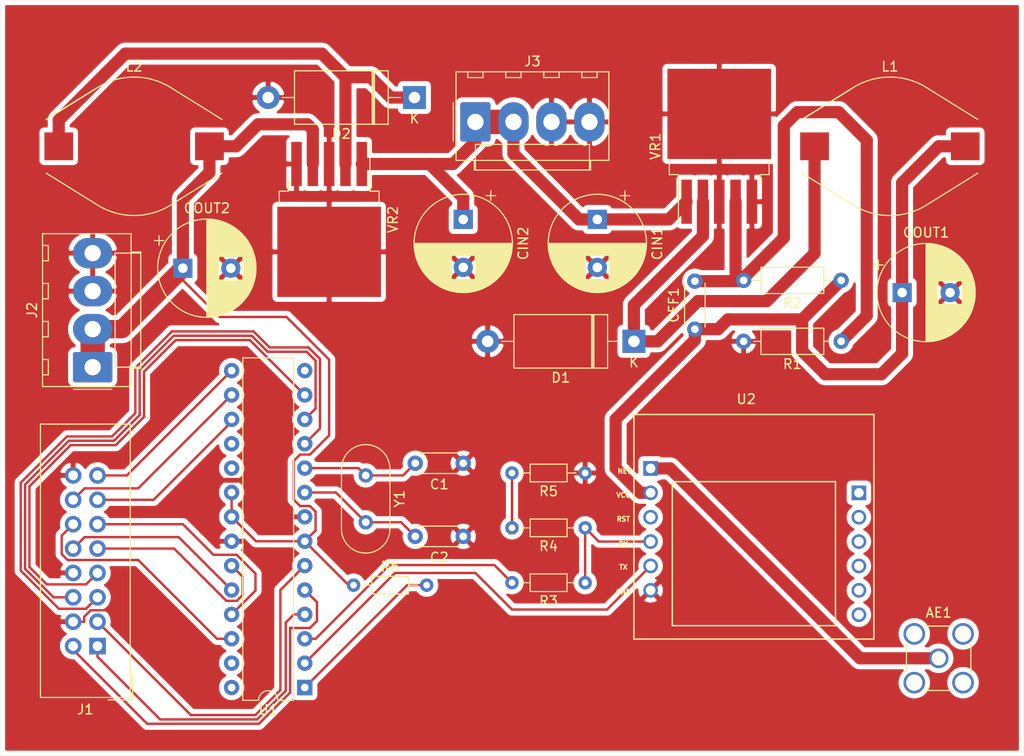
<source format=kicad_pcb>
(kicad_pcb (version 20171130) (host pcbnew "(5.1.5)-3")
  (layers (0 F.Cu signal) (31 B.Cu signal) (34 B.Paste user hide) (35 F.Paste user hide) (36 B.SilkS user hide) (37 F.SilkS user hide) (38 B.Mask user hide) (39 F.Mask user hide) (44 Edge.Cuts user hide))
  (net 0 "")
  (net 1 "Net-(AE1-Pad1)")
  (net 2 GND)
  (net 3 "Net-(C1-Pad2)")
  (net 4 "Net-(C2-Pad2)")
  (net 5 +4V)
  (net 6 "Net-(CFF1-Pad2)")
  (net 7 +12V)
  (net 8 +5V)
  (net 9 "Net-(D1-Pad1)")
  (net 10 "Net-(D2-Pad1)")
  (net 11 R0)
  (net 12 G0)
  (net 13 B0)
  (net 14 R1)
  (net 15 G1)
  (net 16 B1)
  (net 17 A)
  (net 18 B)
  (net 19 C)
  (net 20 D)
  (net 21 CLK)
  (net 22 STB)
  (net 23 OE)
  (net 24 /TXD)
  (net 25 "Net-(R3-Pad2)")
  (net 26 "Net-(R4-Pad2)")
  (net 27 "Net-(R6-Pad2)")
  (net 28 /RXD)
  (net 29 /12)
  (net 30 /13)
  (net 31 /A4)
  (net 32 /8)
  (net 33 /A5)
  (net 34 "Net-(U2-Pad3)")
  (net 35 "Net-(U2-Pad7)")
  (net 36 "Net-(U2-Pad8)")
  (net 37 "Net-(U2-Pad9)")
  (net 38 "Net-(U2-Pad10)")
  (net 39 "Net-(U2-Pad11)")
  (net 40 "Net-(U2-Pad12)")
  (module Connector_IDC:IDC-Header_2x08_P2.54mm_Vertical (layer F.Cu) (at 57.15 133.35 180)
    (fp_text reference J1 (at 1.27 -6.604) (layer F.SilkS))
    (fp_text value "IDC connector")
    (pad 1 thru_hole rect (at 0 0 180) (size 1.7272 1.7272) (drill 1.016) (layers *.Cu *.Mask) (net 11 R0))
    (pad 2 thru_hole oval (at 2.54 0 180) (size 1.7272 1.7272) (drill 1.016) (layers *.Cu *.Mask) (net 12 G0))
    (pad 3 thru_hole oval (at 0 2.54 180) (size 1.7272 1.7272) (drill 1.016) (layers *.Cu *.Mask) (net 13 B0))
    (pad 4 thru_hole oval (at 2.54 2.54 180) (size 1.7272 1.7272) (drill 1.016) (layers *.Cu *.Mask) (net 2 GND))
    (pad 5 thru_hole oval (at 0 5.08 180) (size 1.7272 1.7272) (drill 1.016) (layers *.Cu *.Mask) (net 14 R1))
    (pad 6 thru_hole oval (at 2.54 5.08 180) (size 1.7272 1.7272) (drill 1.016) (layers *.Cu *.Mask) (net 15 G1))
    (pad 7 thru_hole oval (at 0 7.62 180) (size 1.7272 1.7272) (drill 1.016) (layers *.Cu *.Mask) (net 16 B1))
    (pad 8 thru_hole oval (at 2.54 7.62 180) (size 1.7272 1.7272) (drill 1.016) (layers *.Cu *.Mask) (net 2 GND))
    (pad 9 thru_hole oval (at 0 10.16 180) (size 1.7272 1.7272) (drill 1.016) (layers *.Cu *.Mask) (net 17 A))
    (pad 10 thru_hole oval (at 2.54 10.16 180) (size 1.7272 1.7272) (drill 1.016) (layers *.Cu *.Mask) (net 18 B))
    (pad 11 thru_hole oval (at 0 12.7 180) (size 1.7272 1.7272) (drill 1.016) (layers *.Cu *.Mask) (net 19 C))
    (pad 12 thru_hole oval (at 2.54 12.7 180) (size 1.7272 1.7272) (drill 1.016) (layers *.Cu *.Mask) (net 20 D))
    (pad 13 thru_hole oval (at 0 15.24 180) (size 1.7272 1.7272) (drill 1.016) (layers *.Cu *.Mask) (net 21 CLK))
    (pad 14 thru_hole oval (at 2.54 15.24 180) (size 1.7272 1.7272) (drill 1.016) (layers *.Cu *.Mask) (net 22 STB))
    (pad 15 thru_hole oval (at 0 17.78 180) (size 1.7272 1.7272) (drill 1.016) (layers *.Cu *.Mask) (net 23 OE))
    (pad 16 thru_hole oval (at 2.54 17.78 180) (size 1.7272 1.7272) (drill 1.016) (layers *.Cu *.Mask) (net 2 GND))
  )
  (module Package_DIP:DIP-28_W7.62mm (layer F.Cu) (at 78.74 137.668 180)
    (fp_text reference U1 (at 3.81 -2.33) (layer F.SilkS))
    (fp_text value ATmega328P-PU)
    (pad 1 thru_hole rect (at 0 0 180) (size 1.6 1.6) (drill 0.8) (layers *.Cu *.Mask) (net 27 "Net-(R6-Pad2)"))
    (pad 15 thru_hole oval (at 7.62 33.02 180) (size 1.6 1.6) (drill 0.8) (layers *.Cu *.Mask) (net 23 OE))
    (pad 2 thru_hole oval (at 0 2.54 180) (size 1.6 1.6) (drill 0.8) (layers *.Cu *.Mask) (net 28 /RXD))
    (pad 16 thru_hole oval (at 7.62 30.48 180) (size 1.6 1.6) (drill 0.8) (layers *.Cu *.Mask) (net 22 STB))
    (pad 3 thru_hole oval (at 0 5.08 180) (size 1.6 1.6) (drill 0.8) (layers *.Cu *.Mask) (net 24 /TXD))
    (pad 17 thru_hole oval (at 7.62 27.94 180) (size 1.6 1.6) (drill 0.8) (layers *.Cu *.Mask) (net 21 CLK))
    (pad 4 thru_hole oval (at 0 7.62 180) (size 1.6 1.6) (drill 0.8) (layers *.Cu *.Mask) (net 11 R0))
    (pad 18 thru_hole oval (at 7.62 25.4 180) (size 1.6 1.6) (drill 0.8) (layers *.Cu *.Mask) (net 29 /12))
    (pad 5 thru_hole oval (at 0 10.16 180) (size 1.6 1.6) (drill 0.8) (layers *.Cu *.Mask) (net 12 G0))
    (pad 19 thru_hole oval (at 7.62 22.86 180) (size 1.6 1.6) (drill 0.8) (layers *.Cu *.Mask) (net 30 /13))
    (pad 6 thru_hole oval (at 0 12.7 180) (size 1.6 1.6) (drill 0.8) (layers *.Cu *.Mask) (net 13 B0))
    (pad 20 thru_hole oval (at 7.62 20.32 180) (size 1.6 1.6) (drill 0.8) (layers *.Cu *.Mask) (net 8 +5V))
    (pad 7 thru_hole oval (at 0 15.24 180) (size 1.6 1.6) (drill 0.8) (layers *.Cu *.Mask) (net 8 +5V))
    (pad 21 thru_hole oval (at 7.62 17.78 180) (size 1.6 1.6) (drill 0.8) (layers *.Cu *.Mask) (net 8 +5V))
    (pad 8 thru_hole oval (at 0 17.78 180) (size 1.6 1.6) (drill 0.8) (layers *.Cu *.Mask) (net 2 GND))
    (pad 22 thru_hole oval (at 7.62 15.24 180) (size 1.6 1.6) (drill 0.8) (layers *.Cu *.Mask) (net 2 GND))
    (pad 9 thru_hole oval (at 0 20.32 180) (size 1.6 1.6) (drill 0.8) (layers *.Cu *.Mask) (net 4 "Net-(C2-Pad2)"))
    (pad 23 thru_hole oval (at 7.62 12.7 180) (size 1.6 1.6) (drill 0.8) (layers *.Cu *.Mask) (net 17 A))
    (pad 10 thru_hole oval (at 0 22.86 180) (size 1.6 1.6) (drill 0.8) (layers *.Cu *.Mask) (net 3 "Net-(C1-Pad2)"))
    (pad 24 thru_hole oval (at 7.62 10.16 180) (size 1.6 1.6) (drill 0.8) (layers *.Cu *.Mask) (net 18 B))
    (pad 11 thru_hole oval (at 0 25.4 180) (size 1.6 1.6) (drill 0.8) (layers *.Cu *.Mask) (net 14 R1))
    (pad 25 thru_hole oval (at 7.62 7.62 180) (size 1.6 1.6) (drill 0.8) (layers *.Cu *.Mask) (net 19 C))
    (pad 12 thru_hole oval (at 0 27.94 180) (size 1.6 1.6) (drill 0.8) (layers *.Cu *.Mask) (net 15 G1))
    (pad 26 thru_hole oval (at 7.62 5.08 180) (size 1.6 1.6) (drill 0.8) (layers *.Cu *.Mask) (net 20 D))
    (pad 13 thru_hole oval (at 0 30.48 180) (size 1.6 1.6) (drill 0.8) (layers *.Cu *.Mask) (net 16 B1))
    (pad 27 thru_hole oval (at 7.62 2.54 180) (size 1.6 1.6) (drill 0.8) (layers *.Cu *.Mask) (net 31 /A4))
    (pad 14 thru_hole oval (at 0 33.02 180) (size 1.6 1.6) (drill 0.8) (layers *.Cu *.Mask) (net 32 /8))
    (pad 28 thru_hole oval (at 7.62 0 180) (size 1.6 1.6) (drill 0.8) (layers *.Cu *.Mask) (net 33 /A5))
  )
  (module Resistor_THT:R_Axial_DIN0204_L3.6mm_D1.6mm_P7.62mm_Horizontal (layer F.Cu) (at 107.95 121.031 180)
    (fp_text reference R4 (at 3.81 -1.92 180) (layer F.SilkS))
    (fp_text value 10k)
    (pad 2 thru_hole oval (at 7.62 0 180) (size 1.4 1.4) (drill 0.7) (layers *.Cu *.Mask) (net 26 "Net-(R4-Pad2)"))
    (pad 1 thru_hole circle (at 0 0 180) (size 1.4 1.4) (drill 0.7) (layers *.Cu *.Mask) (net 25 "Net-(R3-Pad2)"))
  )
  (module Connector_Coaxial:SMA_Amphenol_901-144_Vertical (layer F.Cu) (at 144.78 134.62)
    (fp_text reference AE1 (at 0 -4.75) (layer F.SilkS))
    (fp_text value Antenna)
    (pad 1 thru_hole circle (at 0 0) (size 2.05 2.05) (drill 1.5) (layers *.Cu *.Mask) (net 1 "Net-(AE1-Pad1)"))
    (pad 2 thru_hole circle (at 2.54 2.54) (size 2.25 2.25) (drill 1.7) (layers *.Cu *.Mask))
    (pad 2 thru_hole circle (at 2.54 -2.54) (size 2.25 2.25) (drill 1.7) (layers *.Cu *.Mask))
    (pad 2 thru_hole circle (at -2.54 -2.54) (size 2.25 2.25) (drill 1.7) (layers *.Cu *.Mask))
    (pad 2 thru_hole circle (at -2.54 2.54) (size 2.25 2.25) (drill 1.7) (layers *.Cu *.Mask))
  )
  (module Capacitor_THT:C_Disc_D4.3mm_W1.9mm_P5.00mm (layer F.Cu) (at 95.25 114.3 180)
    (fp_text reference C1 (at 2.5 -2.2) (layer F.SilkS))
    (fp_text value 22pF)
    (pad 1 thru_hole circle (at 0 0 180) (size 1.6 1.6) (drill 0.8) (layers *.Cu *.Mask) (net 2 GND))
    (pad 2 thru_hole circle (at 5 0 180) (size 1.6 1.6) (drill 0.8) (layers *.Cu *.Mask) (net 3 "Net-(C1-Pad2)"))
  )
  (module Capacitor_THT:C_Disc_D4.3mm_W1.9mm_P5.00mm (layer F.Cu) (at 95.25 121.92 180)
    (fp_text reference C2 (at 2.5 -2.2) (layer F.SilkS))
    (fp_text value 22pF)
    (pad 2 thru_hole circle (at 5 0 180) (size 1.6 1.6) (drill 0.8) (layers *.Cu *.Mask) (net 4 "Net-(C2-Pad2)"))
    (pad 1 thru_hole circle (at 0 0 180) (size 1.6 1.6) (drill 0.8) (layers *.Cu *.Mask) (net 2 GND))
  )
  (module Capacitor_THT:C_Disc_D4.3mm_W1.9mm_P5.00mm (layer F.Cu) (at 119.38 100.33 90)
    (fp_text reference CFF1 (at 2.5 -2.2 90) (layer F.SilkS))
    (fp_text value 10nF)
    (pad 1 thru_hole circle (at 0 0 90) (size 1.6 1.6) (drill 0.8) (layers *.Cu *.Mask) (net 5 +4V))
    (pad 2 thru_hole circle (at 5 0 90) (size 1.6 1.6) (drill 0.8) (layers *.Cu *.Mask) (net 6 "Net-(CFF1-Pad2)"))
  )
  (module Capacitor_THT:CP_Radial_D10.0mm_P5.00mm (layer F.Cu) (at 109.22 88.9 270)
    (fp_text reference CIN1 (at 2.5 -6.25 90) (layer F.SilkS))
    (fp_text value 680uF)
    (pad 2 thru_hole circle (at 5 0 270) (size 2 2) (drill 1) (layers *.Cu *.Mask) (net 2 GND))
    (pad 1 thru_hole rect (at 0 0 270) (size 2 2) (drill 1) (layers *.Cu *.Mask) (net 7 +12V))
  )
  (module Capacitor_THT:CP_Radial_D10.0mm_P5.00mm (layer F.Cu) (at 95.25 88.9 270)
    (fp_text reference CIN2 (at 2.5 -6.25 90) (layer F.SilkS))
    (fp_text value 680uF)
    (pad 2 thru_hole circle (at 5 0 270) (size 2 2) (drill 1) (layers *.Cu *.Mask) (net 2 GND))
    (pad 1 thru_hole rect (at 0 0 270) (size 2 2) (drill 1) (layers *.Cu *.Mask) (net 7 +12V))
  )
  (module Capacitor_THT:CP_Radial_D10.0mm_P5.00mm (layer F.Cu) (at 140.97 96.52)
    (fp_text reference COUT1 (at 2.5 -6.25) (layer F.SilkS))
    (fp_text value 470uF)
    (pad 1 thru_hole rect (at 0 0) (size 2 2) (drill 1) (layers *.Cu *.Mask) (net 5 +4V))
    (pad 2 thru_hole circle (at 5 0) (size 2 2) (drill 1) (layers *.Cu *.Mask) (net 2 GND))
  )
  (module Capacitor_THT:CP_Radial_D10.0mm_P5.00mm (layer F.Cu) (at 66.04 93.98)
    (fp_text reference COUT2 (at 2.5 -6.25) (layer F.SilkS))
    (fp_text value 330uF)
    (pad 1 thru_hole rect (at 0 0) (size 2 2) (drill 1) (layers *.Cu *.Mask) (net 8 +5V))
    (pad 2 thru_hole circle (at 5 0) (size 2 2) (drill 1) (layers *.Cu *.Mask) (net 2 GND))
  )
  (module Diode_THT:D_DO-27_P15.24mm_Horizontal (layer F.Cu) (at 113.03 101.6 180)
    (fp_text reference D1 (at 7.62 -3.785) (layer F.SilkS))
    (fp_text value 100V/5A)
    (fp_text user K (at 0 -2.2) (layer F.SilkS))
    (pad 1 thru_hole rect (at 0 0 180) (size 2.4 2.4) (drill 1.2) (layers *.Cu *.Mask) (net 9 "Net-(D1-Pad1)"))
    (pad 2 thru_hole oval (at 15.24 0 180) (size 2.4 2.4) (drill 1.2) (layers *.Cu *.Mask) (net 2 GND))
  )
  (module Diode_THT:D_DO-27_P15.24mm_Horizontal (layer F.Cu) (at 90.17 76.2 180)
    (fp_text reference D2 (at 7.62 -3.785) (layer F.SilkS))
    (fp_text value 100V/5A)
    (fp_text user K (at 0 -2.2) (layer F.SilkS))
    (pad 2 thru_hole oval (at 15.24 0 180) (size 2.4 2.4) (drill 1.2) (layers *.Cu *.Mask) (net 2 GND))
    (pad 1 thru_hole rect (at 0 0 180) (size 2.4 2.4) (drill 1.2) (layers *.Cu *.Mask) (net 10 "Net-(D2-Pad1)"))
  )
  (module Inductor_SMD:L_Bourns_SDR1806 (layer F.Cu) (at 139.7 81.28)
    (fp_text reference L1 (at 0 -8.3) (layer F.SilkS))
    (fp_text value 33uH)
    (pad 1 smd rect (at -7.85 0) (size 3 2.9) (layers F.Cu F.Paste F.Mask) (net 9 "Net-(D1-Pad1)"))
    (pad 2 smd rect (at 7.85 0 180) (size 3 2.9) (layers F.Cu F.Paste F.Mask) (net 5 +4V))
  )
  (module Inductor_SMD:L_Bourns_SDR1806 (layer F.Cu) (at 60.96 81.28)
    (fp_text reference L2 (at 0 -8.3) (layer F.SilkS))
    (fp_text value 33uH)
    (pad 2 smd rect (at 7.85 0 180) (size 3 2.9) (layers F.Cu F.Paste F.Mask) (net 8 +5V))
    (pad 1 smd rect (at -7.85 0) (size 3 2.9) (layers F.Cu F.Paste F.Mask) (net 10 "Net-(D2-Pad1)"))
  )
  (module Resistor_THT:R_Axial_DIN0207_L6.3mm_D2.5mm_P10.16mm_Horizontal (layer F.Cu) (at 134.62 101.6 180)
    (fp_text reference R1 (at 5.08 -2.37) (layer F.SilkS))
    (fp_text value 1k/1%)
    (pad 1 thru_hole circle (at 0 0 180) (size 1.6 1.6) (drill 0.8) (layers *.Cu *.Mask) (net 6 "Net-(CFF1-Pad2)"))
    (pad 2 thru_hole oval (at 10.16 0 180) (size 1.6 1.6) (drill 0.8) (layers *.Cu *.Mask) (net 2 GND))
  )
  (module Resistor_THT:R_Axial_DIN0207_L6.3mm_D2.5mm_P10.16mm_Horizontal (layer F.Cu) (at 134.62 95.25 180)
    (fp_text reference R2 (at 5.08 -2.37) (layer F.SilkS))
    (fp_text value 2.2k/1%)
    (pad 2 thru_hole oval (at 10.16 0 180) (size 1.6 1.6) (drill 0.8) (layers *.Cu *.Mask) (net 6 "Net-(CFF1-Pad2)"))
    (pad 1 thru_hole circle (at 0 0 180) (size 1.6 1.6) (drill 0.8) (layers *.Cu *.Mask) (net 5 +4V))
  )
  (module Resistor_THT:R_Axial_DIN0204_L3.6mm_D1.6mm_P7.62mm_Horizontal (layer F.Cu) (at 100.33 126.746)
    (fp_text reference R3 (at 3.81 1.905 180) (layer F.SilkS))
    (fp_text value 10k)
    (pad 1 thru_hole circle (at 0 0) (size 1.4 1.4) (drill 0.7) (layers *.Cu *.Mask) (net 24 /TXD))
    (pad 2 thru_hole oval (at 7.62 0) (size 1.4 1.4) (drill 0.7) (layers *.Cu *.Mask) (net 25 "Net-(R3-Pad2)"))
  )
  (module Resistor_THT:R_Axial_DIN0204_L3.6mm_D1.6mm_P7.62mm_Horizontal (layer F.Cu) (at 100.33 115.316)
    (fp_text reference R5 (at 3.81 1.905 180) (layer F.SilkS))
    (fp_text value 10k)
    (pad 1 thru_hole circle (at 0 0) (size 1.4 1.4) (drill 0.7) (layers *.Cu *.Mask) (net 26 "Net-(R4-Pad2)"))
    (pad 2 thru_hole oval (at 7.62 0) (size 1.4 1.4) (drill 0.7) (layers *.Cu *.Mask) (net 2 GND))
  )
  (module Resistor_THT:R_Axial_DIN0204_L3.6mm_D1.6mm_P7.62mm_Horizontal (layer F.Cu) (at 83.82 127)
    (fp_text reference R6 (at 3.81 -1.92) (layer F.SilkS))
    (fp_text value 10k)
    (pad 2 thru_hole oval (at 7.62 0) (size 1.4 1.4) (drill 0.7) (layers *.Cu *.Mask) (net 27 "Net-(R6-Pad2)"))
    (pad 1 thru_hole circle (at 0 0) (size 1.4 1.4) (drill 0.7) (layers *.Cu *.Mask) (net 8 +5V))
  )
  (module SIM800:Sim800L (layer F.Cu) (at 113.03 109.22)
    (fp_text reference U2 (at 11.7 -1.6) (layer F.SilkS))
    (fp_text value SIM800L)
    (fp_text user GND (at -1.1 18.5) (layer F.SilkS) (effects (font (size 0.5 0.5) (thickness 0.125))))
    (fp_text user TX (at -1.1 15.9) (layer F.SilkS) (effects (font (size 0.5 0.5) (thickness 0.125))))
    (fp_text user RX (at -1.1 13.5) (layer F.SilkS) (effects (font (size 0.5 0.5) (thickness 0.125))))
    (fp_text user RST (at -1.1 10.9) (layer F.SilkS) (effects (font (size 0.5 0.5) (thickness 0.125))))
    (fp_text user VCC (at -1.1 8.4) (layer F.SilkS) (effects (font (size 0.5 0.5) (thickness 0.125))))
    (fp_text user NET (at -1 5.9) (layer F.SilkS) (effects (font (size 0.5 0.5) (thickness 0.125))))
    (pad 1 thru_hole rect (at 1.74 5.62) (size 1.524 1.524) (drill 1) (layers *.Cu *.Mask) (net 1 "Net-(AE1-Pad1)"))
    (pad 2 thru_hole circle (at 1.74 8.16) (size 1.524 1.524) (drill 1) (layers *.Cu *.Mask) (net 5 +4V))
    (pad 3 thru_hole circle (at 1.74 10.7) (size 1.524 1.524) (drill 1) (layers *.Cu *.Mask) (net 34 "Net-(U2-Pad3)"))
    (pad 4 thru_hole circle (at 1.74 13.24) (size 1.524 1.524) (drill 1) (layers *.Cu *.Mask) (net 25 "Net-(R3-Pad2)"))
    (pad 5 thru_hole circle (at 1.74 15.78) (size 1.524 1.524) (drill 1) (layers *.Cu *.Mask) (net 28 /RXD))
    (pad 6 thru_hole circle (at 1.74 18.32) (size 1.524 1.524) (drill 1) (layers *.Cu *.Mask) (net 2 GND))
    (pad 7 thru_hole rect (at 23.44 8.16) (size 1.524 1.524) (drill 1) (layers *.Cu *.Mask) (net 35 "Net-(U2-Pad7)"))
    (pad 8 thru_hole circle (at 23.44 10.7) (size 1.524 1.524) (drill 1) (layers *.Cu *.Mask) (net 36 "Net-(U2-Pad8)"))
    (pad 9 thru_hole circle (at 23.44 13.24) (size 1.524 1.524) (drill 1) (layers *.Cu *.Mask) (net 37 "Net-(U2-Pad9)"))
    (pad 10 thru_hole circle (at 23.44 15.78) (size 1.524 1.524) (drill 1) (layers *.Cu *.Mask) (net 38 "Net-(U2-Pad10)"))
    (pad 11 thru_hole circle (at 23.44 18.32) (size 1.524 1.524) (drill 1) (layers *.Cu *.Mask) (net 39 "Net-(U2-Pad11)"))
    (pad 12 thru_hole circle (at 23.44 20.86) (size 1.524 1.524) (drill 1) (layers *.Cu *.Mask) (net 40 "Net-(U2-Pad12)"))
  )
  (module Package_TO_SOT_SMD:TO-263-5_TabPin3 (layer F.Cu) (at 121.92 81.28 90)
    (fp_text reference VR1 (at 0 -6.65 90) (layer F.SilkS))
    (fp_text value LM2596S-ADJ)
    (pad 1 smd rect (at -5.775 -3.4 90) (size 4.6 1.1) (layers F.Cu F.Paste F.Mask) (net 7 +12V))
    (pad 2 smd rect (at -5.775 -1.7 90) (size 4.6 1.1) (layers F.Cu F.Paste F.Mask) (net 9 "Net-(D1-Pad1)"))
    (pad 3 smd rect (at -5.775 0 90) (size 4.6 1.1) (layers F.Cu F.Paste F.Mask) (net 2 GND))
    (pad 4 smd rect (at -5.775 1.7 90) (size 4.6 1.1) (layers F.Cu F.Paste F.Mask) (net 6 "Net-(CFF1-Pad2)"))
    (pad 5 smd rect (at -5.775 3.4 90) (size 4.6 1.1) (layers F.Cu F.Paste F.Mask) (net 2 GND))
    (pad 3 smd rect (at 3.375 0 90) (size 9.4 10.8) (layers F.Cu F.Mask) (net 2 GND))
  )
  (module Package_TO_SOT_SMD:TO-263-5_TabPin3 (layer F.Cu) (at 81.28 88.9 270)
    (fp_text reference VR2 (at 0 -6.65 90) (layer F.SilkS))
    (fp_text value LM2596S-5)
    (pad 3 smd rect (at 3.375 0 270) (size 9.4 10.8) (layers F.Cu F.Mask) (net 2 GND))
    (pad 5 smd rect (at -5.775 3.4 270) (size 4.6 1.1) (layers F.Cu F.Paste F.Mask) (net 2 GND))
    (pad 4 smd rect (at -5.775 1.7 270) (size 4.6 1.1) (layers F.Cu F.Paste F.Mask) (net 8 +5V))
    (pad 3 smd rect (at -5.775 0 270) (size 4.6 1.1) (layers F.Cu F.Paste F.Mask) (net 2 GND))
    (pad 2 smd rect (at -5.775 -1.7 270) (size 4.6 1.1) (layers F.Cu F.Paste F.Mask) (net 10 "Net-(D2-Pad1)"))
    (pad 1 smd rect (at -5.775 -3.4 270) (size 4.6 1.1) (layers F.Cu F.Paste F.Mask) (net 7 +12V))
  )
  (module Crystal:Crystal_HC49-U_Vertical (layer F.Cu) (at 85.09 115.57 270)
    (fp_text reference Y1 (at 2.44 -3.525 90) (layer F.SilkS))
    (fp_text value 16MHz)
    (pad 1 thru_hole circle (at 0 0 270) (size 1.5 1.5) (drill 0.8) (layers *.Cu *.Mask) (net 3 "Net-(C1-Pad2)"))
    (pad 2 thru_hole circle (at 4.88 0 270) (size 1.5 1.5) (drill 0.8) (layers *.Cu *.Mask) (net 4 "Net-(C2-Pad2)"))
  )
  (module Connector_Molex:Molex_KK-396_A-41791-0004_1x04_P3.96mm_Vertical (layer F.Cu) (at 96.52 78.74)
    (fp_text reference J3 (at 5.94 -6.31) (layer F.SilkS))
    (fp_text value "Power In")
    (pad 1 thru_hole roundrect (at 0 0) (size 3.16 4.1) (drill 1.7) (layers *.Cu *.Mask) (roundrect_rratio 0.079114) (net 7 +12V))
    (pad 2 thru_hole oval (at 3.96 0) (size 3.16 4.1) (drill 1.7) (layers *.Cu *.Mask) (net 7 +12V))
    (pad 3 thru_hole oval (at 7.92 0) (size 3.16 4.1) (drill 1.7) (layers *.Cu *.Mask) (net 2 GND))
    (pad 4 thru_hole oval (at 11.88 0) (size 3.16 4.1) (drill 1.7) (layers *.Cu *.Mask) (net 2 GND))
  )
  (module Connector_Molex:Molex_KK-396_A-41791-0004_1x04_P3.96mm_Vertical (layer F.Cu) (at 56.642 104.29 90)
    (fp_text reference J2 (at 5.94 -6.31 90) (layer F.SilkS))
    (fp_text value "3.96mm pitch 4-pin polarized connector")
    (pad 1 thru_hole roundrect (at 0 0 90) (size 3.16 4.1) (drill 1.7) (layers *.Cu *.Mask) (roundrect_rratio 0.079114) (net 8 +5V))
    (pad 2 thru_hole oval (at 3.96 0 90) (size 3.16 4.1) (drill 1.7) (layers *.Cu *.Mask) (net 8 +5V))
    (pad 3 thru_hole oval (at 7.92 0 90) (size 3.16 4.1) (drill 1.7) (layers *.Cu *.Mask) (net 2 GND))
    (pad 4 thru_hole oval (at 11.88 0 90) (size 3.16 4.1) (drill 1.7) (layers *.Cu *.Mask) (net 2 GND))
  )
  (gr_line (start 46.99 144.78) (end 153.67 144.78) (layer Edge.Cuts) (width 0.05))
  (gr_line (start 46.99 66.04) (end 46.99 144.78) (layer Edge.Cuts) (width 0.05))
  (gr_line (start 153.67 66.04) (end 46.99 66.04) (layer Edge.Cuts) (width 0.05))
  (gr_line (start 153.67 144.78) (end 153.67 66.04) (layer Edge.Cuts) (width 0.05))
  (segment (start 114.77 114.84) (end 116.802 114.84) (width 1.27) (layer F.Cu) (net 1))
  (segment (start 136.582 134.62) (end 144.78 134.62) (width 1.27) (layer F.Cu) (net 1))
  (segment (start 116.802 114.84) (end 136.582 134.62) (width 1.27) (layer F.Cu) (net 1))
  (segment (start 72.25137 122.428) (end 73.64837 123.825) (width 0.25) (layer F.Cu) (net 2))
  (segment (start 71.12 122.428) (end 72.25137 122.428) (width 0.25) (layer F.Cu) (net 2))
  (segment (start 55.753 130.81) (end 54.61 130.81) (width 0.25) (layer F.Cu) (net 2))
  (segment (start 55.753 130.302) (end 55.753 130.81) (width 0.25) (layer F.Cu) (net 2))
  (segment (start 58.371199 129.618199) (end 56.436801 129.618199) (width 0.25) (layer F.Cu) (net 2))
  (segment (start 74.549 124.72563) (end 74.549 138.176) (width 0.25) (layer F.Cu) (net 2))
  (segment (start 68.199 139.446) (end 58.371199 129.618199) (width 0.25) (layer F.Cu) (net 2))
  (segment (start 72.25137 122.428) (end 74.549 124.72563) (width 0.25) (layer F.Cu) (net 2))
  (segment (start 74.549 138.176) (end 73.279 139.446) (width 0.25) (layer F.Cu) (net 2))
  (segment (start 56.436801 129.618199) (end 55.753 130.302) (width 0.25) (layer F.Cu) (net 2))
  (segment (start 73.279 139.446) (end 68.199 139.446) (width 0.25) (layer F.Cu) (net 2))
  (segment (start 77.597 119.888) (end 78.74 119.888) (width 0.25) (layer F.Cu) (net 2))
  (segment (start 73.787 116.078) (end 77.597 119.888) (width 0.25) (layer F.Cu) (net 2))
  (segment (start 68.707 121.14637) (end 68.707 117.094) (width 0.25) (layer F.Cu) (net 2))
  (segment (start 69.98863 122.428) (end 68.707 121.14637) (width 0.25) (layer F.Cu) (net 2))
  (segment (start 71.12 122.428) (end 69.98863 122.428) (width 0.25) (layer F.Cu) (net 2))
  (segment (start 68.707 117.094) (end 69.723 116.078) (width 0.25) (layer F.Cu) (net 2))
  (segment (start 69.723 116.078) (end 73.787 116.078) (width 0.5) (layer F.Cu) (net 2))
  (segment (start 84.328 114.808) (end 85.09 115.57) (width 0.25) (layer F.Cu) (net 3))
  (segment (start 78.74 114.808) (end 84.328 114.808) (width 0.25) (layer F.Cu) (net 3))
  (segment (start 88.98 115.57) (end 90.25 114.3) (width 0.25) (layer F.Cu) (net 3))
  (segment (start 85.09 115.57) (end 88.98 115.57) (width 0.25) (layer F.Cu) (net 3))
  (segment (start 81.988 117.348) (end 85.09 120.45) (width 0.25) (layer F.Cu) (net 4))
  (segment (start 78.74 117.348) (end 81.988 117.348) (width 0.25) (layer F.Cu) (net 4))
  (segment (start 88.78 120.45) (end 90.25 121.92) (width 0.25) (layer F.Cu) (net 4))
  (segment (start 85.09 120.45) (end 88.78 120.45) (width 0.25) (layer F.Cu) (net 4))
  (segment (start 130.556 99.314) (end 134.62 95.25) (width 1.27) (layer F.Cu) (net 5))
  (segment (start 122.820538 99.314) (end 130.556 99.314) (width 1.27) (layer F.Cu) (net 5))
  (segment (start 119.38 100.33) (end 121.804538 100.33) (width 1.27) (layer F.Cu) (net 5))
  (segment (start 121.804538 100.33) (end 122.820538 99.314) (width 1.27) (layer F.Cu) (net 5))
  (segment (start 140.97 102.87) (end 140.97 96.52) (width 1.27) (layer F.Cu) (net 5))
  (segment (start 138.811 105.029) (end 140.97 102.87) (width 1.27) (layer F.Cu) (net 5))
  (segment (start 130.556 99.960538) (end 130.557261 99.961799) (width 1.27) (layer F.Cu) (net 5))
  (segment (start 130.557261 102.617261) (end 132.969 105.029) (width 1.27) (layer F.Cu) (net 5))
  (segment (start 130.556 99.314) (end 130.556 99.960538) (width 1.27) (layer F.Cu) (net 5))
  (segment (start 130.557261 99.961799) (end 130.557261 102.617261) (width 1.27) (layer F.Cu) (net 5))
  (segment (start 132.969 105.029) (end 138.811 105.029) (width 1.27) (layer F.Cu) (net 5))
  (segment (start 147.55 81.28) (end 144.78 81.28) (width 1.27) (layer F.Cu) (net 5))
  (segment (start 140.97 85.09) (end 140.97 96.52) (width 1.27) (layer F.Cu) (net 5))
  (segment (start 144.78 81.28) (end 140.97 85.09) (width 1.27) (layer F.Cu) (net 5))
  (segment (start 113.69237 117.38) (end 114.77 117.38) (width 1.27) (layer F.Cu) (net 5))
  (segment (start 111.125 114.81263) (end 113.69237 117.38) (width 1.27) (layer F.Cu) (net 5))
  (segment (start 111.125 109.71637) (end 111.125 114.81263) (width 1.27) (layer F.Cu) (net 5))
  (segment (start 119.38 100.33) (end 119.38 101.46137) (width 1.27) (layer F.Cu) (net 5))
  (segment (start 119.38 101.46137) (end 111.125 109.71637) (width 1.27) (layer F.Cu) (net 5))
  (segment (start 124.38 95.33) (end 124.46 95.25) (width 1.27) (layer F.Cu) (net 6))
  (segment (start 119.38 95.33) (end 124.38 95.33) (width 1.27) (layer F.Cu) (net 6))
  (segment (start 123.62 94.41) (end 123.62 87.055) (width 1.27) (layer F.Cu) (net 6))
  (segment (start 124.46 95.25) (end 123.62 94.41) (width 1.27) (layer F.Cu) (net 6))
  (segment (start 135.419999 100.800001) (end 134.62 101.6) (width 1.27) (layer F.Cu) (net 6))
  (segment (start 137.287 98.933) (end 135.419999 100.800001) (width 1.27) (layer F.Cu) (net 6))
  (segment (start 124.46 94.996) (end 128.651 90.805) (width 1.27) (layer F.Cu) (net 6))
  (segment (start 134.366 77.724) (end 137.287 80.645) (width 1.27) (layer F.Cu) (net 6))
  (segment (start 124.46 95.25) (end 124.46 94.996) (width 1.27) (layer F.Cu) (net 6))
  (segment (start 137.287 80.645) (end 137.287 98.933) (width 1.27) (layer F.Cu) (net 6))
  (segment (start 128.651 79.121) (end 130.048 77.724) (width 1.27) (layer F.Cu) (net 6))
  (segment (start 128.651 90.805) (end 128.651 79.121) (width 1.27) (layer F.Cu) (net 6))
  (segment (start 130.048 77.724) (end 134.366 77.724) (width 1.27) (layer F.Cu) (net 6))
  (segment (start 95.25 86.63) (end 95.25 88.9) (width 1.27) (layer F.Cu) (net 7))
  (segment (start 91.745 83.125) (end 95.25 86.63) (width 1.27) (layer F.Cu) (net 7))
  (segment (start 84.68 83.125) (end 91.745 83.125) (width 1.27) (layer F.Cu) (net 7))
  (segment (start 94.185 83.125) (end 91.745 83.125) (width 1.27) (layer F.Cu) (net 7))
  (segment (start 96.52 80.79) (end 94.185 83.125) (width 1.27) (layer F.Cu) (net 7))
  (segment (start 96.52 78.74) (end 96.52 80.79) (width 1.27) (layer F.Cu) (net 7))
  (segment (start 96.52 78.74) (end 100.48 78.74) (width 2.54) (layer F.Cu) (net 7))
  (segment (start 107.32 88.9) (end 109.22 88.9) (width 1.27) (layer F.Cu) (net 7))
  (segment (start 100.48 82.06) (end 107.32 88.9) (width 1.27) (layer F.Cu) (net 7))
  (segment (start 100.48 78.74) (end 100.48 82.06) (width 1.27) (layer F.Cu) (net 7))
  (segment (start 116.675 88.9) (end 118.52 87.055) (width 1.27) (layer F.Cu) (net 7))
  (segment (start 109.22 88.9) (end 116.675 88.9) (width 1.27) (layer F.Cu) (net 7))
  (segment (start 83.312 127) (end 83.82 127) (width 0.25) (layer F.Cu) (net 8))
  (segment (start 78.74 122.428) (end 83.312 127) (width 0.25) (layer F.Cu) (net 8))
  (segment (start 71.12 117.348) (end 71.12 119.888) (width 0.25) (layer F.Cu) (net 8))
  (segment (start 81.28 111.397738) (end 81.28 103.505) (width 0.25) (layer F.Cu) (net 8))
  (segment (start 78.252735 113.396201) (end 79.281537 113.396201) (width 0.25) (layer F.Cu) (net 8))
  (segment (start 77.593685 114.055251) (end 78.252735 113.396201) (width 0.25) (layer F.Cu) (net 8))
  (segment (start 66.04 95.23) (end 66.04 93.98) (width 0.25) (layer F.Cu) (net 8))
  (segment (start 79.281537 113.396201) (end 81.28 111.397738) (width 0.25) (layer F.Cu) (net 8))
  (segment (start 69.87 99.06) (end 66.04 95.23) (width 0.25) (layer F.Cu) (net 8))
  (segment (start 76.835 99.06) (end 69.87 99.06) (width 0.25) (layer F.Cu) (net 8))
  (segment (start 78.252735 118.759799) (end 77.593685 118.100749) (width 0.25) (layer F.Cu) (net 8))
  (segment (start 81.28 103.505) (end 76.835 99.06) (width 0.25) (layer F.Cu) (net 8))
  (segment (start 79.281537 118.759799) (end 78.252735 118.759799) (width 0.25) (layer F.Cu) (net 8))
  (segment (start 77.593685 118.100749) (end 77.593685 114.055251) (width 0.25) (layer F.Cu) (net 8))
  (segment (start 73.66 122.428) (end 78.74 122.428) (width 0.25) (layer F.Cu) (net 8))
  (segment (start 71.12 119.888) (end 73.66 122.428) (width 0.25) (layer F.Cu) (net 8))
  (segment (start 79.868201 121.299799) (end 79.868201 119.346463) (width 0.25) (layer F.Cu) (net 8))
  (segment (start 79.868201 119.346463) (end 79.281537 118.759799) (width 0.25) (layer F.Cu) (net 8))
  (segment (start 78.74 122.428) (end 79.868201 121.299799) (width 0.25) (layer F.Cu) (net 8))
  (segment (start 56.642 104.29) (end 56.642 100.33) (width 2.54) (layer F.Cu) (net 8))
  (segment (start 59.69 100.33) (end 66.04 93.98) (width 1.905) (layer F.Cu) (net 8))
  (segment (start 56.642 100.33) (end 59.69 100.33) (width 1.905) (layer F.Cu) (net 8))
  (segment (start 71.58 81.28) (end 73.866 78.994) (width 1.27) (layer F.Cu) (net 8))
  (segment (start 68.81 81.28) (end 71.58 81.28) (width 1.27) (layer F.Cu) (net 8))
  (segment (start 79.019 78.994) (end 79.58 79.555) (width 1.27) (layer F.Cu) (net 8))
  (segment (start 79.58 79.555) (end 79.58 83.125) (width 1.27) (layer F.Cu) (net 8))
  (segment (start 73.866 78.994) (end 79.019 78.994) (width 1.27) (layer F.Cu) (net 8))
  (segment (start 68.81 84) (end 66.04 86.77) (width 1.27) (layer F.Cu) (net 8))
  (segment (start 68.81 81.28) (end 68.81 84) (width 1.27) (layer F.Cu) (net 8))
  (segment (start 66.04 86.77) (end 66.04 93.98) (width 1.27) (layer F.Cu) (net 8))
  (segment (start 113.03 97.815) (end 113.03 99.13) (width 1.27) (layer F.Cu) (net 9))
  (segment (start 113.03 99.13) (end 113.03 101.6) (width 1.27) (layer F.Cu) (net 9))
  (segment (start 120.22 90.625) (end 113.03 97.815) (width 1.27) (layer F.Cu) (net 9))
  (segment (start 120.22 87.055) (end 120.22 90.625) (width 1.27) (layer F.Cu) (net 9))
  (segment (start 131.85 84) (end 131.85 81.28) (width 1.27) (layer F.Cu) (net 9))
  (segment (start 115.5 101.6) (end 119.691 97.409) (width 1.27) (layer F.Cu) (net 9))
  (segment (start 119.691 97.409) (end 126.873 97.409) (width 1.27) (layer F.Cu) (net 9))
  (segment (start 113.03 101.6) (end 115.5 101.6) (width 1.27) (layer F.Cu) (net 9))
  (segment (start 126.873 97.409) (end 131.85 92.432) (width 1.27) (layer F.Cu) (net 9))
  (segment (start 131.85 92.432) (end 131.85 84) (width 1.27) (layer F.Cu) (net 9))
  (segment (start 53.11 78.56) (end 60.042 71.628) (width 1.27) (layer F.Cu) (net 10))
  (segment (start 53.11 81.28) (end 53.11 78.56) (width 1.27) (layer F.Cu) (net 10))
  (segment (start 60.042 71.628) (end 80.518 71.628) (width 1.27) (layer F.Cu) (net 10))
  (segment (start 82.98 74.09) (end 82.98 83.125) (width 1.27) (layer F.Cu) (net 10))
  (segment (start 80.518 71.628) (end 82.98 74.09) (width 1.27) (layer F.Cu) (net 10))
  (segment (start 85.59 74.09) (end 82.98 74.09) (width 1.27) (layer F.Cu) (net 10))
  (segment (start 87.7 76.2) (end 85.59 74.09) (width 1.27) (layer F.Cu) (net 10))
  (segment (start 90.17 76.2) (end 87.7 76.2) (width 1.27) (layer F.Cu) (net 10))
  (segment (start 76.762789 138.006084) (end 76.762789 130.893841) (width 0.25) (layer F.Cu) (net 11))
  (segment (start 63.673822 140.987422) (end 73.781452 140.987422) (width 0.25) (layer F.Cu) (net 11))
  (segment (start 73.781452 140.987422) (end 76.762789 138.006084) (width 0.25) (layer F.Cu) (net 11))
  (segment (start 77.60863 130.048) (end 78.74 130.048) (width 0.25) (layer F.Cu) (net 11))
  (segment (start 76.762789 130.893841) (end 77.60863 130.048) (width 0.25) (layer F.Cu) (net 11))
  (segment (start 57.15 133.35) (end 57.15 134.4636) (width 0.25) (layer F.Cu) (net 11))
  (segment (start 57.15 134.4636) (end 63.673822 140.987422) (width 0.25) (layer F.Cu) (net 11))
  (segment (start 79.281537 131.459799) (end 77.216 131.459799) (width 0.25) (layer F.Cu) (net 12))
  (segment (start 73.969178 141.440633) (end 62.319633 141.440633) (width 0.25) (layer F.Cu) (net 12))
  (segment (start 54.61 133.731) (end 54.61 133.35) (width 0.25) (layer F.Cu) (net 12))
  (segment (start 77.216 131.459799) (end 77.216 138.19381) (width 0.25) (layer F.Cu) (net 12))
  (segment (start 80.01 130.731336) (end 79.281537 131.459799) (width 0.25) (layer F.Cu) (net 12))
  (segment (start 62.319633 141.440633) (end 54.61 133.731) (width 0.25) (layer F.Cu) (net 12))
  (segment (start 78.74 127.508) (end 80.01 128.778) (width 0.25) (layer F.Cu) (net 12))
  (segment (start 77.216 138.19381) (end 73.969178 141.440633) (width 0.25) (layer F.Cu) (net 12))
  (segment (start 80.01 128.778) (end 80.01 130.731336) (width 0.25) (layer F.Cu) (net 12))
  (segment (start 66.874211 140.534211) (end 73.593726 140.534211) (width 0.25) (layer F.Cu) (net 13))
  (segment (start 77.940001 125.767999) (end 78.74 124.968) (width 0.25) (layer F.Cu) (net 13))
  (segment (start 76.2 137.927936) (end 76.2 127.508) (width 0.25) (layer F.Cu) (net 13))
  (segment (start 73.593726 140.534211) (end 76.2 137.927936) (width 0.25) (layer F.Cu) (net 13))
  (segment (start 76.2 127.508) (end 77.940001 125.767999) (width 0.25) (layer F.Cu) (net 13))
  (segment (start 57.15 130.81) (end 66.874211 140.534211) (width 0.25) (layer F.Cu) (net 13))
  (segment (start 80.321412 103.429475) (end 80.321412 110.686588) (width 0.25) (layer F.Cu) (net 14))
  (segment (start 79.126937 102.235) (end 80.321412 103.429475) (width 0.25) (layer F.Cu) (net 14))
  (segment (start 75.068874 102.235) (end 79.126937 102.235) (width 0.25) (layer F.Cu) (net 14))
  (segment (start 73.400452 100.566578) (end 75.068874 102.235) (width 0.25) (layer F.Cu) (net 14))
  (segment (start 64.902548 100.566578) (end 73.400452 100.566578) (width 0.25) (layer F.Cu) (net 14))
  (segment (start 61.087 104.382126) (end 64.902548 100.566578) (width 0.25) (layer F.Cu) (net 14))
  (segment (start 53.122927 129.461801) (end 49.149 125.487874) (width 0.25) (layer F.Cu) (net 14))
  (segment (start 57.15 128.27) (end 56.286401 129.133599) (width 0.25) (layer F.Cu) (net 14))
  (segment (start 80.321412 110.686588) (end 78.74 112.268) (width 0.25) (layer F.Cu) (net 14))
  (segment (start 53.975 111.506) (end 58.674 111.506) (width 0.25) (layer F.Cu) (net 14))
  (segment (start 56.286401 129.133599) (end 56.280465 129.133599) (width 0.25) (layer F.Cu) (net 14))
  (segment (start 49.149 125.487874) (end 49.149 116.320126) (width 0.25) (layer F.Cu) (net 14))
  (segment (start 56.280465 129.133599) (end 55.952263 129.461801) (width 0.25) (layer F.Cu) (net 14))
  (segment (start 49.149 116.320126) (end 49.160874 116.320126) (width 0.25) (layer F.Cu) (net 14))
  (segment (start 49.160874 116.320126) (end 53.975 111.506) (width 0.25) (layer F.Cu) (net 14))
  (segment (start 58.674 111.506) (end 61.087 109.093) (width 0.25) (layer F.Cu) (net 14))
  (segment (start 55.952263 129.461801) (end 53.122927 129.461801) (width 0.25) (layer F.Cu) (net 14))
  (segment (start 61.087 109.093) (end 61.087 104.382126) (width 0.25) (layer F.Cu) (net 14))
  (segment (start 79.868201 107.729537) (end 79.868201 106.646463) (width 0.25) (layer F.Cu) (net 15))
  (segment (start 79.865001 107.732737) (end 79.868201 107.729537) (width 0.25) (layer F.Cu) (net 15))
  (segment (start 78.74 109.728) (end 79.865001 108.602999) (width 0.25) (layer F.Cu) (net 15))
  (segment (start 79.865001 108.602999) (end 79.865001 107.732737) (width 0.25) (layer F.Cu) (net 15))
  (segment (start 53.388686 128.27) (end 54.61 128.27) (width 0.25) (layer F.Cu) (net 15))
  (segment (start 61.540211 109.280726) (end 58.861726 111.959211) (width 0.25) (layer F.Cu) (net 15))
  (segment (start 49.602211 125.300148) (end 52.572063 128.27) (width 0.25) (layer F.Cu) (net 15))
  (segment (start 52.572063 128.27) (end 53.388686 128.27) (width 0.25) (layer F.Cu) (net 15))
  (segment (start 49.602211 116.519726) (end 49.602211 125.300148) (width 0.25) (layer F.Cu) (net 15))
  (segment (start 73.212726 101.019789) (end 65.090274 101.019789) (width 0.25) (layer F.Cu) (net 15))
  (segment (start 54.162726 111.959211) (end 49.602211 116.519726) (width 0.25) (layer F.Cu) (net 15))
  (segment (start 58.861726 111.959211) (end 54.162726 111.959211) (width 0.25) (layer F.Cu) (net 15))
  (segment (start 65.090274 101.019789) (end 61.540211 104.569852) (width 0.25) (layer F.Cu) (net 15))
  (segment (start 79.868201 106.640063) (end 79.868201 103.617201) (width 0.25) (layer F.Cu) (net 15))
  (segment (start 74.881148 102.688211) (end 73.212726 101.019789) (width 0.25) (layer F.Cu) (net 15))
  (segment (start 61.540211 104.569852) (end 61.540211 109.280726) (width 0.25) (layer F.Cu) (net 15))
  (segment (start 78.939211 102.688211) (end 74.881148 102.688211) (width 0.25) (layer F.Cu) (net 15))
  (segment (start 79.865001 106.643263) (end 79.868201 106.640063) (width 0.25) (layer F.Cu) (net 15))
  (segment (start 79.868201 103.617201) (end 78.939211 102.688211) (width 0.25) (layer F.Cu) (net 15))
  (segment (start 61.993422 109.468452) (end 61.993422 104.763514) (width 0.25) (layer F.Cu) (net 16))
  (segment (start 57.15 125.73) (end 55.958199 126.921801) (width 0.25) (layer F.Cu) (net 16))
  (segment (start 55.958199 126.921801) (end 51.864801 126.921801) (width 0.25) (layer F.Cu) (net 16))
  (segment (start 73.025 101.473) (end 77.940001 106.388001) (width 0.25) (layer F.Cu) (net 16))
  (segment (start 51.864801 126.921801) (end 50.055422 125.112422) (width 0.25) (layer F.Cu) (net 16))
  (segment (start 50.055422 125.112422) (end 50.055422 116.707451) (width 0.25) (layer F.Cu) (net 16))
  (segment (start 77.940001 106.388001) (end 78.74 107.188) (width 0.25) (layer F.Cu) (net 16))
  (segment (start 65.283936 101.473) (end 73.025 101.473) (width 0.25) (layer F.Cu) (net 16))
  (segment (start 61.993422 104.763514) (end 65.283936 101.473) (width 0.25) (layer F.Cu) (net 16))
  (segment (start 54.350451 112.412422) (end 59.049452 112.412422) (width 0.25) (layer F.Cu) (net 16))
  (segment (start 50.055422 116.707451) (end 54.350451 112.412422) (width 0.25) (layer F.Cu) (net 16))
  (segment (start 59.049452 112.412422) (end 61.993422 109.468452) (width 0.25) (layer F.Cu) (net 16))
  (segment (start 57.15 123.19) (end 65.132262 123.19) (width 0.25) (layer F.Cu) (net 17))
  (segment (start 71.919999 125.767999) (end 71.12 124.968) (width 0.25) (layer F.Cu) (net 17))
  (segment (start 72.263 126.111) (end 71.919999 125.767999) (width 0.25) (layer F.Cu) (net 17))
  (segment (start 71.661537 128.636201) (end 72.263 128.034738) (width 0.25) (layer F.Cu) (net 17))
  (segment (start 72.263 128.034738) (end 72.263 126.111) (width 0.25) (layer F.Cu) (net 17))
  (segment (start 65.132262 123.19) (end 70.578463 128.636201) (width 0.25) (layer F.Cu) (net 17))
  (segment (start 70.578463 128.636201) (end 71.661537 128.636201) (width 0.25) (layer F.Cu) (net 17))
  (segment (start 65.610199 121.998199) (end 70.320001 126.708001) (width 0.25) (layer F.Cu) (net 18))
  (segment (start 54.61 123.19) (end 55.801801 121.998199) (width 0.25) (layer F.Cu) (net 18))
  (segment (start 70.320001 126.708001) (end 71.12 127.508) (width 0.25) (layer F.Cu) (net 18))
  (segment (start 55.801801 121.998199) (end 65.610199 121.998199) (width 0.25) (layer F.Cu) (net 18))
  (segment (start 71.919999 129.248001) (end 71.12 130.048) (width 0.25) (layer F.Cu) (net 19))
  (segment (start 73.605211 127.562789) (end 71.919999 129.248001) (width 0.25) (layer F.Cu) (net 19))
  (segment (start 66.04 120.65) (end 69.229799 123.839799) (width 0.25) (layer F.Cu) (net 19))
  (segment (start 69.229799 123.839799) (end 71.648736 123.839799) (width 0.25) (layer F.Cu) (net 19))
  (segment (start 71.648736 123.839799) (end 73.605211 125.796274) (width 0.25) (layer F.Cu) (net 19))
  (segment (start 57.15 120.65) (end 66.04 120.65) (width 0.25) (layer F.Cu) (net 19))
  (segment (start 73.605211 125.796274) (end 73.605211 127.562789) (width 0.25) (layer F.Cu) (net 19))
  (segment (start 69.98863 132.588) (end 71.12 132.588) (width 0.25) (layer F.Cu) (net 20))
  (segment (start 61.389801 124.381801) (end 69.596 132.588) (width 0.25) (layer F.Cu) (net 20))
  (segment (start 54.037935 124.381801) (end 61.389801 124.381801) (width 0.25) (layer F.Cu) (net 20))
  (segment (start 54.61 120.65) (end 53.418199 121.841801) (width 0.25) (layer F.Cu) (net 20))
  (segment (start 53.418199 123.762065) (end 54.037935 124.381801) (width 0.25) (layer F.Cu) (net 20))
  (segment (start 53.418199 121.841801) (end 53.418199 123.762065) (width 0.25) (layer F.Cu) (net 20))
  (segment (start 69.596 132.588) (end 69.98863 132.588) (width 0.25) (layer F.Cu) (net 20))
  (segment (start 62.992 118.11) (end 57.15 118.11) (width 0.25) (layer F.Cu) (net 21))
  (segment (start 71.12 109.728) (end 71.12 109.982) (width 0.25) (layer F.Cu) (net 21))
  (segment (start 71.12 109.982) (end 62.992 118.11) (width 0.25) (layer F.Cu) (net 21))
  (segment (start 55.801801 116.918199) (end 55.473599 117.246401) (width 0.25) (layer F.Cu) (net 22))
  (segment (start 55.473599 117.246401) (end 54.61 118.11) (width 0.25) (layer F.Cu) (net 22))
  (segment (start 71.12 107.188) (end 61.389801 116.918199) (width 0.25) (layer F.Cu) (net 22))
  (segment (start 61.389801 116.918199) (end 55.801801 116.918199) (width 0.25) (layer F.Cu) (net 22))
  (segment (start 60.198 115.57) (end 57.15 115.57) (width 0.25) (layer F.Cu) (net 23))
  (segment (start 71.12 104.648) (end 60.198 115.57) (width 0.25) (layer F.Cu) (net 23))
  (segment (start 99.630001 126.046001) (end 100.33 126.746) (width 0.25) (layer F.Cu) (net 24))
  (segment (start 98.494011 124.910011) (end 99.630001 126.046001) (width 0.25) (layer F.Cu) (net 24))
  (segment (start 87.549359 124.910011) (end 98.494011 124.910011) (width 0.25) (layer F.Cu) (net 24))
  (segment (start 78.74 132.588) (end 79.87137 132.588) (width 0.25) (layer F.Cu) (net 24))
  (segment (start 79.87137 132.588) (end 87.549359 124.910011) (width 0.25) (layer F.Cu) (net 24))
  (segment (start 109.379 122.46) (end 107.95 121.031) (width 0.25) (layer F.Cu) (net 25))
  (segment (start 114.77 122.46) (end 109.379 122.46) (width 0.25) (layer F.Cu) (net 25))
  (segment (start 107.95 121.031) (end 107.95 126.746) (width 0.25) (layer F.Cu) (net 25))
  (segment (start 100.33 115.316) (end 100.33 121.031) (width 0.25) (layer F.Cu) (net 26))
  (segment (start 89.408 127) (end 78.74 137.668) (width 0.25) (layer F.Cu) (net 27))
  (segment (start 91.44 127) (end 89.408 127) (width 0.25) (layer F.Cu) (net 27))
  (segment (start 96.52 125.73) (end 100.33 129.54) (width 0.25) (layer F.Cu) (net 28))
  (segment (start 100.33 129.54) (end 110.23 129.54) (width 0.25) (layer F.Cu) (net 28))
  (segment (start 88.138 125.73) (end 96.52 125.73) (width 0.25) (layer F.Cu) (net 28))
  (segment (start 110.23 129.54) (end 114.77 125) (width 0.25) (layer F.Cu) (net 28))
  (segment (start 78.74 135.128) (end 88.138 125.73) (width 0.25) (layer F.Cu) (net 28))
  (zone (net 2) (net_name GND) (layer F.Cu) (connect_pads (clearance 0.508)) (min_thickness 0.254) (fill yes (arc_segments 32) (thermal_gap 0.508) (thermal_bridge_width 0.508))
    (polygon (pts (xy 153.67 144.78) (xy 46.99 144.78) (xy 46.99 66.04) (xy 153.67 66.04)))
  )
)
</source>
